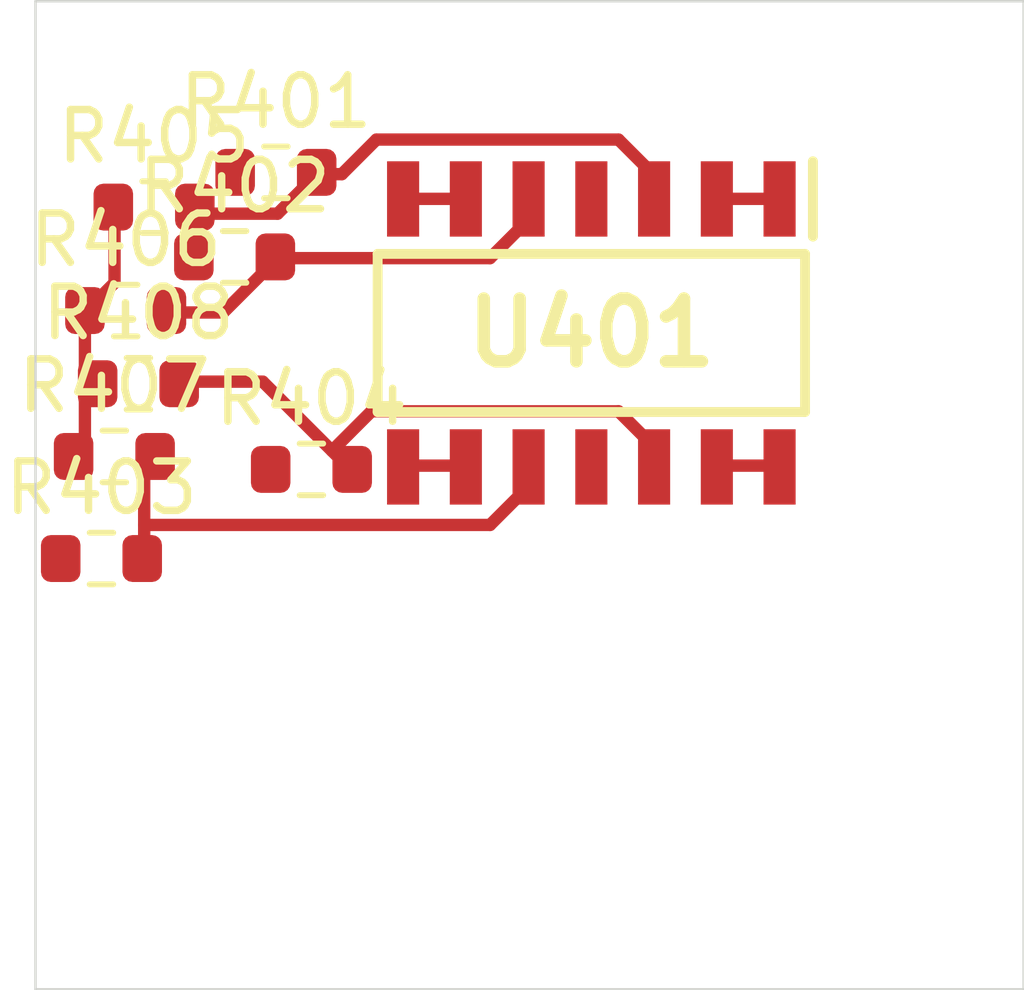
<source format=kicad_pcb>
 ( kicad_pcb  ( version 20171130 )
 ( host pcbnew 5.1.12-84ad8e8a86~92~ubuntu18.04.1 )
 ( general  ( thickness 1.6 )
 ( drawings 4 )
 ( tracks 0 )
 ( zones 0 )
 ( modules 9 )
 ( nets 14 )
)
 ( page A4 )
 ( layers  ( 0 F.Cu signal )
 ( 31 B.Cu signal )
 ( 32 B.Adhes user )
 ( 33 F.Adhes user )
 ( 34 B.Paste user )
 ( 35 F.Paste user )
 ( 36 B.SilkS user )
 ( 37 F.SilkS user )
 ( 38 B.Mask user )
 ( 39 F.Mask user )
 ( 40 Dwgs.User user )
 ( 41 Cmts.User user )
 ( 42 Eco1.User user )
 ( 43 Eco2.User user )
 ( 44 Edge.Cuts user )
 ( 45 Margin user )
 ( 46 B.CrtYd user )
 ( 47 F.CrtYd user )
 ( 48 B.Fab user )
 ( 49 F.Fab user )
)
 ( setup  ( last_trace_width 0.25 )
 ( trace_clearance 0.2 )
 ( zone_clearance 0.508 )
 ( zone_45_only no )
 ( trace_min 0.2 )
 ( via_size 0.8 )
 ( via_drill 0.4 )
 ( via_min_size 0.4 )
 ( via_min_drill 0.3 )
 ( uvia_size 0.3 )
 ( uvia_drill 0.1 )
 ( uvias_allowed no )
 ( uvia_min_size 0.2 )
 ( uvia_min_drill 0.1 )
 ( edge_width 0.05 )
 ( segment_width 0.2 )
 ( pcb_text_width 0.3 )
 ( pcb_text_size 1.5 1.5 )
 ( mod_edge_width 0.12 )
 ( mod_text_size 1 1 )
 ( mod_text_width 0.15 )
 ( pad_size 1.524 1.524 )
 ( pad_drill 0.762 )
 ( pad_to_mask_clearance 0 )
 ( aux_axis_origin 0 0 )
 ( visible_elements FFFFFF7F )
 ( pcbplotparams  ( layerselection 0x010fc_ffffffff )
 ( usegerberextensions false )
 ( usegerberattributes true )
 ( usegerberadvancedattributes true )
 ( creategerberjobfile true )
 ( excludeedgelayer true )
 ( linewidth 0.100000 )
 ( plotframeref false )
 ( viasonmask false )
 ( mode 1 )
 ( useauxorigin false )
 ( hpglpennumber 1 )
 ( hpglpenspeed 20 )
 ( hpglpendiameter 15.000000 )
 ( psnegative false )
 ( psa4output false )
 ( plotreference true )
 ( plotvalue true )
 ( plotinvisibletext false )
 ( padsonsilk false )
 ( subtractmaskfromsilk false )
 ( outputformat 1 )
 ( mirror false )
 ( drillshape 1 )
 ( scaleselection 1 )
 ( outputdirectory "" )
)
)
 ( net 0 "" )
 ( net 1 /Sheet6235D886/vp )
 ( net 2 /Sheet6248AD22/chn0 )
 ( net 3 /Sheet6248AD22/chn1 )
 ( net 4 /Sheet6248AD22/chn2 )
 ( net 5 /Sheet6248AD22/chn3 )
 ( net 6 "Net-(R401-Pad2)" )
 ( net 7 "Net-(R402-Pad2)" )
 ( net 8 "Net-(R403-Pad2)" )
 ( net 9 "Net-(R404-Pad2)" )
 ( net 10 /Sheet6248AD22/chn0_n )
 ( net 11 /Sheet6248AD22/chn1_n )
 ( net 12 /Sheet6248AD22/chn2_n )
 ( net 13 /Sheet6248AD22/chn3_n )
 ( net_class Default "This is the default net class."  ( clearance 0.2 )
 ( trace_width 0.25 )
 ( via_dia 0.8 )
 ( via_drill 0.4 )
 ( uvia_dia 0.3 )
 ( uvia_drill 0.1 )
 ( add_net /Sheet6235D886/vp )
 ( add_net /Sheet6248AD22/chn0 )
 ( add_net /Sheet6248AD22/chn0_n )
 ( add_net /Sheet6248AD22/chn1 )
 ( add_net /Sheet6248AD22/chn1_n )
 ( add_net /Sheet6248AD22/chn2 )
 ( add_net /Sheet6248AD22/chn2_n )
 ( add_net /Sheet6248AD22/chn3 )
 ( add_net /Sheet6248AD22/chn3_n )
 ( add_net "Net-(R401-Pad2)" )
 ( add_net "Net-(R402-Pad2)" )
 ( add_net "Net-(R403-Pad2)" )
 ( add_net "Net-(R404-Pad2)" )
)
 ( module Resistor_SMD:R_0603_1608Metric  ( layer F.Cu )
 ( tedit 5F68FEEE )
 ( tstamp 623425C8 )
 ( at 84.866100 103.464000 )
 ( descr "Resistor SMD 0603 (1608 Metric), square (rectangular) end terminal, IPC_7351 nominal, (Body size source: IPC-SM-782 page 72, https://www.pcb-3d.com/wordpress/wp-content/uploads/ipc-sm-782a_amendment_1_and_2.pdf), generated with kicad-footprint-generator" )
 ( tags resistor )
 ( path /6248AD23/6249ADFD )
 ( attr smd )
 ( fp_text reference R401  ( at 0 -1.43 )
 ( layer F.SilkS )
 ( effects  ( font  ( size 1 1 )
 ( thickness 0.15 )
)
)
)
 ( fp_text value 10M  ( at 0 1.43 )
 ( layer F.Fab )
 ( effects  ( font  ( size 1 1 )
 ( thickness 0.15 )
)
)
)
 ( fp_line  ( start -0.8 0.4125 )
 ( end -0.8 -0.4125 )
 ( layer F.Fab )
 ( width 0.1 )
)
 ( fp_line  ( start -0.8 -0.4125 )
 ( end 0.8 -0.4125 )
 ( layer F.Fab )
 ( width 0.1 )
)
 ( fp_line  ( start 0.8 -0.4125 )
 ( end 0.8 0.4125 )
 ( layer F.Fab )
 ( width 0.1 )
)
 ( fp_line  ( start 0.8 0.4125 )
 ( end -0.8 0.4125 )
 ( layer F.Fab )
 ( width 0.1 )
)
 ( fp_line  ( start -0.237258 -0.5225 )
 ( end 0.237258 -0.5225 )
 ( layer F.SilkS )
 ( width 0.12 )
)
 ( fp_line  ( start -0.237258 0.5225 )
 ( end 0.237258 0.5225 )
 ( layer F.SilkS )
 ( width 0.12 )
)
 ( fp_line  ( start -1.48 0.73 )
 ( end -1.48 -0.73 )
 ( layer F.CrtYd )
 ( width 0.05 )
)
 ( fp_line  ( start -1.48 -0.73 )
 ( end 1.48 -0.73 )
 ( layer F.CrtYd )
 ( width 0.05 )
)
 ( fp_line  ( start 1.48 -0.73 )
 ( end 1.48 0.73 )
 ( layer F.CrtYd )
 ( width 0.05 )
)
 ( fp_line  ( start 1.48 0.73 )
 ( end -1.48 0.73 )
 ( layer F.CrtYd )
 ( width 0.05 )
)
 ( fp_text user %R  ( at 0 0 )
 ( layer F.Fab )
 ( effects  ( font  ( size 0.4 0.4 )
 ( thickness 0.06 )
)
)
)
 ( pad 2 smd roundrect  ( at 0.825 0 )
 ( size 0.8 0.95 )
 ( layers F.Cu F.Mask F.Paste )
 ( roundrect_rratio 0.25 )
 ( net 6 "Net-(R401-Pad2)" )
)
 ( pad 1 smd roundrect  ( at -0.825 0 )
 ( size 0.8 0.95 )
 ( layers F.Cu F.Mask F.Paste )
 ( roundrect_rratio 0.25 )
 ( net 10 /Sheet6248AD22/chn0_n )
)
 ( model ${KISYS3DMOD}/Resistor_SMD.3dshapes/R_0603_1608Metric.wrl  ( at  ( xyz 0 0 0 )
)
 ( scale  ( xyz 1 1 1 )
)
 ( rotate  ( xyz 0 0 0 )
)
)
)
 ( module Resistor_SMD:R_0603_1608Metric  ( layer F.Cu )
 ( tedit 5F68FEEE )
 ( tstamp 623425D9 )
 ( at 84.029900 105.175000 )
 ( descr "Resistor SMD 0603 (1608 Metric), square (rectangular) end terminal, IPC_7351 nominal, (Body size source: IPC-SM-782 page 72, https://www.pcb-3d.com/wordpress/wp-content/uploads/ipc-sm-782a_amendment_1_and_2.pdf), generated with kicad-footprint-generator" )
 ( tags resistor )
 ( path /6248AD23/6249B75E )
 ( attr smd )
 ( fp_text reference R402  ( at 0 -1.43 )
 ( layer F.SilkS )
 ( effects  ( font  ( size 1 1 )
 ( thickness 0.15 )
)
)
)
 ( fp_text value 10M  ( at 0 1.43 )
 ( layer F.Fab )
 ( effects  ( font  ( size 1 1 )
 ( thickness 0.15 )
)
)
)
 ( fp_line  ( start 1.48 0.73 )
 ( end -1.48 0.73 )
 ( layer F.CrtYd )
 ( width 0.05 )
)
 ( fp_line  ( start 1.48 -0.73 )
 ( end 1.48 0.73 )
 ( layer F.CrtYd )
 ( width 0.05 )
)
 ( fp_line  ( start -1.48 -0.73 )
 ( end 1.48 -0.73 )
 ( layer F.CrtYd )
 ( width 0.05 )
)
 ( fp_line  ( start -1.48 0.73 )
 ( end -1.48 -0.73 )
 ( layer F.CrtYd )
 ( width 0.05 )
)
 ( fp_line  ( start -0.237258 0.5225 )
 ( end 0.237258 0.5225 )
 ( layer F.SilkS )
 ( width 0.12 )
)
 ( fp_line  ( start -0.237258 -0.5225 )
 ( end 0.237258 -0.5225 )
 ( layer F.SilkS )
 ( width 0.12 )
)
 ( fp_line  ( start 0.8 0.4125 )
 ( end -0.8 0.4125 )
 ( layer F.Fab )
 ( width 0.1 )
)
 ( fp_line  ( start 0.8 -0.4125 )
 ( end 0.8 0.4125 )
 ( layer F.Fab )
 ( width 0.1 )
)
 ( fp_line  ( start -0.8 -0.4125 )
 ( end 0.8 -0.4125 )
 ( layer F.Fab )
 ( width 0.1 )
)
 ( fp_line  ( start -0.8 0.4125 )
 ( end -0.8 -0.4125 )
 ( layer F.Fab )
 ( width 0.1 )
)
 ( fp_text user %R  ( at 0 0 )
 ( layer F.Fab )
 ( effects  ( font  ( size 0.4 0.4 )
 ( thickness 0.06 )
)
)
)
 ( pad 1 smd roundrect  ( at -0.825 0 )
 ( size 0.8 0.95 )
 ( layers F.Cu F.Mask F.Paste )
 ( roundrect_rratio 0.25 )
 ( net 11 /Sheet6248AD22/chn1_n )
)
 ( pad 2 smd roundrect  ( at 0.825 0 )
 ( size 0.8 0.95 )
 ( layers F.Cu F.Mask F.Paste )
 ( roundrect_rratio 0.25 )
 ( net 7 "Net-(R402-Pad2)" )
)
 ( model ${KISYS3DMOD}/Resistor_SMD.3dshapes/R_0603_1608Metric.wrl  ( at  ( xyz 0 0 0 )
)
 ( scale  ( xyz 1 1 1 )
)
 ( rotate  ( xyz 0 0 0 )
)
)
)
 ( module Resistor_SMD:R_0603_1608Metric  ( layer F.Cu )
 ( tedit 5F68FEEE )
 ( tstamp 623425EA )
 ( at 81.334900 111.280000 )
 ( descr "Resistor SMD 0603 (1608 Metric), square (rectangular) end terminal, IPC_7351 nominal, (Body size source: IPC-SM-782 page 72, https://www.pcb-3d.com/wordpress/wp-content/uploads/ipc-sm-782a_amendment_1_and_2.pdf), generated with kicad-footprint-generator" )
 ( tags resistor )
 ( path /6248AD23/6249FB7A )
 ( attr smd )
 ( fp_text reference R403  ( at 0 -1.43 )
 ( layer F.SilkS )
 ( effects  ( font  ( size 1 1 )
 ( thickness 0.15 )
)
)
)
 ( fp_text value 10M  ( at 0 1.43 )
 ( layer F.Fab )
 ( effects  ( font  ( size 1 1 )
 ( thickness 0.15 )
)
)
)
 ( fp_line  ( start 1.48 0.73 )
 ( end -1.48 0.73 )
 ( layer F.CrtYd )
 ( width 0.05 )
)
 ( fp_line  ( start 1.48 -0.73 )
 ( end 1.48 0.73 )
 ( layer F.CrtYd )
 ( width 0.05 )
)
 ( fp_line  ( start -1.48 -0.73 )
 ( end 1.48 -0.73 )
 ( layer F.CrtYd )
 ( width 0.05 )
)
 ( fp_line  ( start -1.48 0.73 )
 ( end -1.48 -0.73 )
 ( layer F.CrtYd )
 ( width 0.05 )
)
 ( fp_line  ( start -0.237258 0.5225 )
 ( end 0.237258 0.5225 )
 ( layer F.SilkS )
 ( width 0.12 )
)
 ( fp_line  ( start -0.237258 -0.5225 )
 ( end 0.237258 -0.5225 )
 ( layer F.SilkS )
 ( width 0.12 )
)
 ( fp_line  ( start 0.8 0.4125 )
 ( end -0.8 0.4125 )
 ( layer F.Fab )
 ( width 0.1 )
)
 ( fp_line  ( start 0.8 -0.4125 )
 ( end 0.8 0.4125 )
 ( layer F.Fab )
 ( width 0.1 )
)
 ( fp_line  ( start -0.8 -0.4125 )
 ( end 0.8 -0.4125 )
 ( layer F.Fab )
 ( width 0.1 )
)
 ( fp_line  ( start -0.8 0.4125 )
 ( end -0.8 -0.4125 )
 ( layer F.Fab )
 ( width 0.1 )
)
 ( fp_text user %R  ( at 0 0 )
 ( layer F.Fab )
 ( effects  ( font  ( size 0.4 0.4 )
 ( thickness 0.06 )
)
)
)
 ( pad 1 smd roundrect  ( at -0.825 0 )
 ( size 0.8 0.95 )
 ( layers F.Cu F.Mask F.Paste )
 ( roundrect_rratio 0.25 )
 ( net 12 /Sheet6248AD22/chn2_n )
)
 ( pad 2 smd roundrect  ( at 0.825 0 )
 ( size 0.8 0.95 )
 ( layers F.Cu F.Mask F.Paste )
 ( roundrect_rratio 0.25 )
 ( net 8 "Net-(R403-Pad2)" )
)
 ( model ${KISYS3DMOD}/Resistor_SMD.3dshapes/R_0603_1608Metric.wrl  ( at  ( xyz 0 0 0 )
)
 ( scale  ( xyz 1 1 1 )
)
 ( rotate  ( xyz 0 0 0 )
)
)
)
 ( module Resistor_SMD:R_0603_1608Metric  ( layer F.Cu )
 ( tedit 5F68FEEE )
 ( tstamp 623425FB )
 ( at 85.585000 109.476000 )
 ( descr "Resistor SMD 0603 (1608 Metric), square (rectangular) end terminal, IPC_7351 nominal, (Body size source: IPC-SM-782 page 72, https://www.pcb-3d.com/wordpress/wp-content/uploads/ipc-sm-782a_amendment_1_and_2.pdf), generated with kicad-footprint-generator" )
 ( tags resistor )
 ( path /6248AD23/6249FB74 )
 ( attr smd )
 ( fp_text reference R404  ( at 0 -1.43 )
 ( layer F.SilkS )
 ( effects  ( font  ( size 1 1 )
 ( thickness 0.15 )
)
)
)
 ( fp_text value 10M  ( at 0 1.43 )
 ( layer F.Fab )
 ( effects  ( font  ( size 1 1 )
 ( thickness 0.15 )
)
)
)
 ( fp_line  ( start -0.8 0.4125 )
 ( end -0.8 -0.4125 )
 ( layer F.Fab )
 ( width 0.1 )
)
 ( fp_line  ( start -0.8 -0.4125 )
 ( end 0.8 -0.4125 )
 ( layer F.Fab )
 ( width 0.1 )
)
 ( fp_line  ( start 0.8 -0.4125 )
 ( end 0.8 0.4125 )
 ( layer F.Fab )
 ( width 0.1 )
)
 ( fp_line  ( start 0.8 0.4125 )
 ( end -0.8 0.4125 )
 ( layer F.Fab )
 ( width 0.1 )
)
 ( fp_line  ( start -0.237258 -0.5225 )
 ( end 0.237258 -0.5225 )
 ( layer F.SilkS )
 ( width 0.12 )
)
 ( fp_line  ( start -0.237258 0.5225 )
 ( end 0.237258 0.5225 )
 ( layer F.SilkS )
 ( width 0.12 )
)
 ( fp_line  ( start -1.48 0.73 )
 ( end -1.48 -0.73 )
 ( layer F.CrtYd )
 ( width 0.05 )
)
 ( fp_line  ( start -1.48 -0.73 )
 ( end 1.48 -0.73 )
 ( layer F.CrtYd )
 ( width 0.05 )
)
 ( fp_line  ( start 1.48 -0.73 )
 ( end 1.48 0.73 )
 ( layer F.CrtYd )
 ( width 0.05 )
)
 ( fp_line  ( start 1.48 0.73 )
 ( end -1.48 0.73 )
 ( layer F.CrtYd )
 ( width 0.05 )
)
 ( fp_text user %R  ( at 0 0 )
 ( layer F.Fab )
 ( effects  ( font  ( size 0.4 0.4 )
 ( thickness 0.06 )
)
)
)
 ( pad 2 smd roundrect  ( at 0.825 0 )
 ( size 0.8 0.95 )
 ( layers F.Cu F.Mask F.Paste )
 ( roundrect_rratio 0.25 )
 ( net 9 "Net-(R404-Pad2)" )
)
 ( pad 1 smd roundrect  ( at -0.825 0 )
 ( size 0.8 0.95 )
 ( layers F.Cu F.Mask F.Paste )
 ( roundrect_rratio 0.25 )
 ( net 13 /Sheet6248AD22/chn3_n )
)
 ( model ${KISYS3DMOD}/Resistor_SMD.3dshapes/R_0603_1608Metric.wrl  ( at  ( xyz 0 0 0 )
)
 ( scale  ( xyz 1 1 1 )
)
 ( rotate  ( xyz 0 0 0 )
)
)
)
 ( module Resistor_SMD:R_0603_1608Metric  ( layer F.Cu )
 ( tedit 5F68FEEE )
 ( tstamp 6234260C )
 ( at 82.399800 104.167000 )
 ( descr "Resistor SMD 0603 (1608 Metric), square (rectangular) end terminal, IPC_7351 nominal, (Body size source: IPC-SM-782 page 72, https://www.pcb-3d.com/wordpress/wp-content/uploads/ipc-sm-782a_amendment_1_and_2.pdf), generated with kicad-footprint-generator" )
 ( tags resistor )
 ( path /6248AD23/62497F62 )
 ( attr smd )
 ( fp_text reference R405  ( at 0 -1.43 )
 ( layer F.SilkS )
 ( effects  ( font  ( size 1 1 )
 ( thickness 0.15 )
)
)
)
 ( fp_text value 750k  ( at 0 1.43 )
 ( layer F.Fab )
 ( effects  ( font  ( size 1 1 )
 ( thickness 0.15 )
)
)
)
 ( fp_line  ( start -0.8 0.4125 )
 ( end -0.8 -0.4125 )
 ( layer F.Fab )
 ( width 0.1 )
)
 ( fp_line  ( start -0.8 -0.4125 )
 ( end 0.8 -0.4125 )
 ( layer F.Fab )
 ( width 0.1 )
)
 ( fp_line  ( start 0.8 -0.4125 )
 ( end 0.8 0.4125 )
 ( layer F.Fab )
 ( width 0.1 )
)
 ( fp_line  ( start 0.8 0.4125 )
 ( end -0.8 0.4125 )
 ( layer F.Fab )
 ( width 0.1 )
)
 ( fp_line  ( start -0.237258 -0.5225 )
 ( end 0.237258 -0.5225 )
 ( layer F.SilkS )
 ( width 0.12 )
)
 ( fp_line  ( start -0.237258 0.5225 )
 ( end 0.237258 0.5225 )
 ( layer F.SilkS )
 ( width 0.12 )
)
 ( fp_line  ( start -1.48 0.73 )
 ( end -1.48 -0.73 )
 ( layer F.CrtYd )
 ( width 0.05 )
)
 ( fp_line  ( start -1.48 -0.73 )
 ( end 1.48 -0.73 )
 ( layer F.CrtYd )
 ( width 0.05 )
)
 ( fp_line  ( start 1.48 -0.73 )
 ( end 1.48 0.73 )
 ( layer F.CrtYd )
 ( width 0.05 )
)
 ( fp_line  ( start 1.48 0.73 )
 ( end -1.48 0.73 )
 ( layer F.CrtYd )
 ( width 0.05 )
)
 ( fp_text user %R  ( at 0 0 )
 ( layer F.Fab )
 ( effects  ( font  ( size 0.4 0.4 )
 ( thickness 0.06 )
)
)
)
 ( pad 2 smd roundrect  ( at 0.825 0 )
 ( size 0.8 0.95 )
 ( layers F.Cu F.Mask F.Paste )
 ( roundrect_rratio 0.25 )
 ( net 6 "Net-(R401-Pad2)" )
)
 ( pad 1 smd roundrect  ( at -0.825 0 )
 ( size 0.8 0.95 )
 ( layers F.Cu F.Mask F.Paste )
 ( roundrect_rratio 0.25 )
 ( net 1 /Sheet6235D886/vp )
)
 ( model ${KISYS3DMOD}/Resistor_SMD.3dshapes/R_0603_1608Metric.wrl  ( at  ( xyz 0 0 0 )
)
 ( scale  ( xyz 1 1 1 )
)
 ( rotate  ( xyz 0 0 0 )
)
)
)
 ( module Resistor_SMD:R_0603_1608Metric  ( layer F.Cu )
 ( tedit 5F68FEEE )
 ( tstamp 6234261D )
 ( at 81.825500 106.261000 )
 ( descr "Resistor SMD 0603 (1608 Metric), square (rectangular) end terminal, IPC_7351 nominal, (Body size source: IPC-SM-782 page 72, https://www.pcb-3d.com/wordpress/wp-content/uploads/ipc-sm-782a_amendment_1_and_2.pdf), generated with kicad-footprint-generator" )
 ( tags resistor )
 ( path /6248AD23/62499098 )
 ( attr smd )
 ( fp_text reference R406  ( at 0 -1.43 )
 ( layer F.SilkS )
 ( effects  ( font  ( size 1 1 )
 ( thickness 0.15 )
)
)
)
 ( fp_text value 750k  ( at 0 1.43 )
 ( layer F.Fab )
 ( effects  ( font  ( size 1 1 )
 ( thickness 0.15 )
)
)
)
 ( fp_line  ( start 1.48 0.73 )
 ( end -1.48 0.73 )
 ( layer F.CrtYd )
 ( width 0.05 )
)
 ( fp_line  ( start 1.48 -0.73 )
 ( end 1.48 0.73 )
 ( layer F.CrtYd )
 ( width 0.05 )
)
 ( fp_line  ( start -1.48 -0.73 )
 ( end 1.48 -0.73 )
 ( layer F.CrtYd )
 ( width 0.05 )
)
 ( fp_line  ( start -1.48 0.73 )
 ( end -1.48 -0.73 )
 ( layer F.CrtYd )
 ( width 0.05 )
)
 ( fp_line  ( start -0.237258 0.5225 )
 ( end 0.237258 0.5225 )
 ( layer F.SilkS )
 ( width 0.12 )
)
 ( fp_line  ( start -0.237258 -0.5225 )
 ( end 0.237258 -0.5225 )
 ( layer F.SilkS )
 ( width 0.12 )
)
 ( fp_line  ( start 0.8 0.4125 )
 ( end -0.8 0.4125 )
 ( layer F.Fab )
 ( width 0.1 )
)
 ( fp_line  ( start 0.8 -0.4125 )
 ( end 0.8 0.4125 )
 ( layer F.Fab )
 ( width 0.1 )
)
 ( fp_line  ( start -0.8 -0.4125 )
 ( end 0.8 -0.4125 )
 ( layer F.Fab )
 ( width 0.1 )
)
 ( fp_line  ( start -0.8 0.4125 )
 ( end -0.8 -0.4125 )
 ( layer F.Fab )
 ( width 0.1 )
)
 ( fp_text user %R  ( at 0 0 )
 ( layer F.Fab )
 ( effects  ( font  ( size 0.4 0.4 )
 ( thickness 0.06 )
)
)
)
 ( pad 1 smd roundrect  ( at -0.825 0 )
 ( size 0.8 0.95 )
 ( layers F.Cu F.Mask F.Paste )
 ( roundrect_rratio 0.25 )
 ( net 1 /Sheet6235D886/vp )
)
 ( pad 2 smd roundrect  ( at 0.825 0 )
 ( size 0.8 0.95 )
 ( layers F.Cu F.Mask F.Paste )
 ( roundrect_rratio 0.25 )
 ( net 7 "Net-(R402-Pad2)" )
)
 ( model ${KISYS3DMOD}/Resistor_SMD.3dshapes/R_0603_1608Metric.wrl  ( at  ( xyz 0 0 0 )
)
 ( scale  ( xyz 1 1 1 )
)
 ( rotate  ( xyz 0 0 0 )
)
)
)
 ( module Resistor_SMD:R_0603_1608Metric  ( layer F.Cu )
 ( tedit 5F68FEEE )
 ( tstamp 6234262E )
 ( at 81.596000 109.214000 )
 ( descr "Resistor SMD 0603 (1608 Metric), square (rectangular) end terminal, IPC_7351 nominal, (Body size source: IPC-SM-782 page 72, https://www.pcb-3d.com/wordpress/wp-content/uploads/ipc-sm-782a_amendment_1_and_2.pdf), generated with kicad-footprint-generator" )
 ( tags resistor )
 ( path /6248AD23/624A0FFB )
 ( attr smd )
 ( fp_text reference R407  ( at 0 -1.43 )
 ( layer F.SilkS )
 ( effects  ( font  ( size 1 1 )
 ( thickness 0.15 )
)
)
)
 ( fp_text value 1.5M  ( at 0 1.43 )
 ( layer F.Fab )
 ( effects  ( font  ( size 1 1 )
 ( thickness 0.15 )
)
)
)
 ( fp_line  ( start 1.48 0.73 )
 ( end -1.48 0.73 )
 ( layer F.CrtYd )
 ( width 0.05 )
)
 ( fp_line  ( start 1.48 -0.73 )
 ( end 1.48 0.73 )
 ( layer F.CrtYd )
 ( width 0.05 )
)
 ( fp_line  ( start -1.48 -0.73 )
 ( end 1.48 -0.73 )
 ( layer F.CrtYd )
 ( width 0.05 )
)
 ( fp_line  ( start -1.48 0.73 )
 ( end -1.48 -0.73 )
 ( layer F.CrtYd )
 ( width 0.05 )
)
 ( fp_line  ( start -0.237258 0.5225 )
 ( end 0.237258 0.5225 )
 ( layer F.SilkS )
 ( width 0.12 )
)
 ( fp_line  ( start -0.237258 -0.5225 )
 ( end 0.237258 -0.5225 )
 ( layer F.SilkS )
 ( width 0.12 )
)
 ( fp_line  ( start 0.8 0.4125 )
 ( end -0.8 0.4125 )
 ( layer F.Fab )
 ( width 0.1 )
)
 ( fp_line  ( start 0.8 -0.4125 )
 ( end 0.8 0.4125 )
 ( layer F.Fab )
 ( width 0.1 )
)
 ( fp_line  ( start -0.8 -0.4125 )
 ( end 0.8 -0.4125 )
 ( layer F.Fab )
 ( width 0.1 )
)
 ( fp_line  ( start -0.8 0.4125 )
 ( end -0.8 -0.4125 )
 ( layer F.Fab )
 ( width 0.1 )
)
 ( fp_text user %R  ( at 0 0 )
 ( layer F.Fab )
 ( effects  ( font  ( size 0.4 0.4 )
 ( thickness 0.06 )
)
)
)
 ( pad 1 smd roundrect  ( at -0.825 0 )
 ( size 0.8 0.95 )
 ( layers F.Cu F.Mask F.Paste )
 ( roundrect_rratio 0.25 )
 ( net 1 /Sheet6235D886/vp )
)
 ( pad 2 smd roundrect  ( at 0.825 0 )
 ( size 0.8 0.95 )
 ( layers F.Cu F.Mask F.Paste )
 ( roundrect_rratio 0.25 )
 ( net 8 "Net-(R403-Pad2)" )
)
 ( model ${KISYS3DMOD}/Resistor_SMD.3dshapes/R_0603_1608Metric.wrl  ( at  ( xyz 0 0 0 )
)
 ( scale  ( xyz 1 1 1 )
)
 ( rotate  ( xyz 0 0 0 )
)
)
)
 ( module Resistor_SMD:R_0603_1608Metric  ( layer F.Cu )
 ( tedit 5F68FEEE )
 ( tstamp 6234263F )
 ( at 82.083000 107.742000 )
 ( descr "Resistor SMD 0603 (1608 Metric), square (rectangular) end terminal, IPC_7351 nominal, (Body size source: IPC-SM-782 page 72, https://www.pcb-3d.com/wordpress/wp-content/uploads/ipc-sm-782a_amendment_1_and_2.pdf), generated with kicad-footprint-generator" )
 ( tags resistor )
 ( path /6248AD23/624A093C )
 ( attr smd )
 ( fp_text reference R408  ( at 0 -1.43 )
 ( layer F.SilkS )
 ( effects  ( font  ( size 1 1 )
 ( thickness 0.15 )
)
)
)
 ( fp_text value 1.5M  ( at 0 1.43 )
 ( layer F.Fab )
 ( effects  ( font  ( size 1 1 )
 ( thickness 0.15 )
)
)
)
 ( fp_line  ( start -0.8 0.4125 )
 ( end -0.8 -0.4125 )
 ( layer F.Fab )
 ( width 0.1 )
)
 ( fp_line  ( start -0.8 -0.4125 )
 ( end 0.8 -0.4125 )
 ( layer F.Fab )
 ( width 0.1 )
)
 ( fp_line  ( start 0.8 -0.4125 )
 ( end 0.8 0.4125 )
 ( layer F.Fab )
 ( width 0.1 )
)
 ( fp_line  ( start 0.8 0.4125 )
 ( end -0.8 0.4125 )
 ( layer F.Fab )
 ( width 0.1 )
)
 ( fp_line  ( start -0.237258 -0.5225 )
 ( end 0.237258 -0.5225 )
 ( layer F.SilkS )
 ( width 0.12 )
)
 ( fp_line  ( start -0.237258 0.5225 )
 ( end 0.237258 0.5225 )
 ( layer F.SilkS )
 ( width 0.12 )
)
 ( fp_line  ( start -1.48 0.73 )
 ( end -1.48 -0.73 )
 ( layer F.CrtYd )
 ( width 0.05 )
)
 ( fp_line  ( start -1.48 -0.73 )
 ( end 1.48 -0.73 )
 ( layer F.CrtYd )
 ( width 0.05 )
)
 ( fp_line  ( start 1.48 -0.73 )
 ( end 1.48 0.73 )
 ( layer F.CrtYd )
 ( width 0.05 )
)
 ( fp_line  ( start 1.48 0.73 )
 ( end -1.48 0.73 )
 ( layer F.CrtYd )
 ( width 0.05 )
)
 ( fp_text user %R  ( at 0 0 )
 ( layer F.Fab )
 ( effects  ( font  ( size 0.4 0.4 )
 ( thickness 0.06 )
)
)
)
 ( pad 2 smd roundrect  ( at 0.825 0 )
 ( size 0.8 0.95 )
 ( layers F.Cu F.Mask F.Paste )
 ( roundrect_rratio 0.25 )
 ( net 9 "Net-(R404-Pad2)" )
)
 ( pad 1 smd roundrect  ( at -0.825 0 )
 ( size 0.8 0.95 )
 ( layers F.Cu F.Mask F.Paste )
 ( roundrect_rratio 0.25 )
 ( net 1 /Sheet6235D886/vp )
)
 ( model ${KISYS3DMOD}/Resistor_SMD.3dshapes/R_0603_1608Metric.wrl  ( at  ( xyz 0 0 0 )
)
 ( scale  ( xyz 1 1 1 )
)
 ( rotate  ( xyz 0 0 0 )
)
)
)
 ( module TL074HIDR:SOIC127P600X175-14N locked  ( layer F.Cu )
 ( tedit 62336F37 )
 ( tstamp 62342709 )
 ( at 91.250400 106.714000 270.000000 )
 ( descr "D (-R-PDSO-G14)" )
 ( tags "Integrated Circuit" )
 ( path /6248AD23/624976B2 )
 ( attr smd )
 ( fp_text reference U401  ( at 0 0 )
 ( layer F.SilkS )
 ( effects  ( font  ( size 1.27 1.27 )
 ( thickness 0.254 )
)
)
)
 ( fp_text value TL074  ( at 0 0 )
 ( layer F.SilkS )
hide  ( effects  ( font  ( size 1.27 1.27 )
 ( thickness 0.254 )
)
)
)
 ( fp_line  ( start -3.725 -4.625 )
 ( end 3.725 -4.625 )
 ( layer Dwgs.User )
 ( width 0.05 )
)
 ( fp_line  ( start 3.725 -4.625 )
 ( end 3.725 4.625 )
 ( layer Dwgs.User )
 ( width 0.05 )
)
 ( fp_line  ( start 3.725 4.625 )
 ( end -3.725 4.625 )
 ( layer Dwgs.User )
 ( width 0.05 )
)
 ( fp_line  ( start -3.725 4.625 )
 ( end -3.725 -4.625 )
 ( layer Dwgs.User )
 ( width 0.05 )
)
 ( fp_line  ( start -1.95 -4.325 )
 ( end 1.95 -4.325 )
 ( layer Dwgs.User )
 ( width 0.1 )
)
 ( fp_line  ( start 1.95 -4.325 )
 ( end 1.95 4.325 )
 ( layer Dwgs.User )
 ( width 0.1 )
)
 ( fp_line  ( start 1.95 4.325 )
 ( end -1.95 4.325 )
 ( layer Dwgs.User )
 ( width 0.1 )
)
 ( fp_line  ( start -1.95 4.325 )
 ( end -1.95 -4.325 )
 ( layer Dwgs.User )
 ( width 0.1 )
)
 ( fp_line  ( start -1.95 -3.055 )
 ( end -0.68 -4.325 )
 ( layer Dwgs.User )
 ( width 0.1 )
)
 ( fp_line  ( start -1.6 -4.325 )
 ( end 1.6 -4.325 )
 ( layer F.SilkS )
 ( width 0.2 )
)
 ( fp_line  ( start 1.6 -4.325 )
 ( end 1.6 4.325 )
 ( layer F.SilkS )
 ( width 0.2 )
)
 ( fp_line  ( start 1.6 4.325 )
 ( end -1.6 4.325 )
 ( layer F.SilkS )
 ( width 0.2 )
)
 ( fp_line  ( start -1.6 4.325 )
 ( end -1.6 -4.325 )
 ( layer F.SilkS )
 ( width 0.2 )
)
 ( fp_line  ( start -3.475 -4.485 )
 ( end -1.95 -4.485 )
 ( layer F.SilkS )
 ( width 0.2 )
)
 ( pad 1 smd rect  ( at -2.712 -3.81 )
 ( size 0.65 1.525 )
 ( layers F.Cu F.Mask F.Paste )
 ( net 2 /Sheet6248AD22/chn0 )
)
 ( pad 2 smd rect  ( at -2.712 -2.54 )
 ( size 0.65 1.525 )
 ( layers F.Cu F.Mask F.Paste )
 ( net 2 /Sheet6248AD22/chn0 )
)
 ( pad 3 smd rect  ( at -2.712 -1.27 )
 ( size 0.65 1.525 )
 ( layers F.Cu F.Mask F.Paste )
 ( net 6 "Net-(R401-Pad2)" )
)
 ( pad 4 smd rect  ( at -2.712 0 )
 ( size 0.65 1.525 )
 ( layers F.Cu F.Mask F.Paste )
)
 ( pad 5 smd rect  ( at -2.712 1.27 )
 ( size 0.65 1.525 )
 ( layers F.Cu F.Mask F.Paste )
 ( net 7 "Net-(R402-Pad2)" )
)
 ( pad 6 smd rect  ( at -2.712 2.54 )
 ( size 0.65 1.525 )
 ( layers F.Cu F.Mask F.Paste )
 ( net 3 /Sheet6248AD22/chn1 )
)
 ( pad 7 smd rect  ( at -2.712 3.81 )
 ( size 0.65 1.525 )
 ( layers F.Cu F.Mask F.Paste )
 ( net 3 /Sheet6248AD22/chn1 )
)
 ( pad 8 smd rect  ( at 2.712 3.81 )
 ( size 0.65 1.525 )
 ( layers F.Cu F.Mask F.Paste )
 ( net 4 /Sheet6248AD22/chn2 )
)
 ( pad 9 smd rect  ( at 2.712 2.54 )
 ( size 0.65 1.525 )
 ( layers F.Cu F.Mask F.Paste )
 ( net 4 /Sheet6248AD22/chn2 )
)
 ( pad 10 smd rect  ( at 2.712 1.27 )
 ( size 0.65 1.525 )
 ( layers F.Cu F.Mask F.Paste )
 ( net 8 "Net-(R403-Pad2)" )
)
 ( pad 11 smd rect  ( at 2.712 0 )
 ( size 0.65 1.525 )
 ( layers F.Cu F.Mask F.Paste )
)
 ( pad 12 smd rect  ( at 2.712 -1.27 )
 ( size 0.65 1.525 )
 ( layers F.Cu F.Mask F.Paste )
 ( net 9 "Net-(R404-Pad2)" )
)
 ( pad 13 smd rect  ( at 2.712 -2.54 )
 ( size 0.65 1.525 )
 ( layers F.Cu F.Mask F.Paste )
 ( net 5 /Sheet6248AD22/chn3 )
)
 ( pad 14 smd rect  ( at 2.712 -3.81 )
 ( size 0.65 1.525 )
 ( layers F.Cu F.Mask F.Paste )
 ( net 5 /Sheet6248AD22/chn3 )
)
)
 ( gr_line  ( start 100 100 )
 ( end 100 120 )
 ( layer Edge.Cuts )
 ( width 0.05 )
 ( tstamp 62E76D2A )
)
 ( gr_line  ( start 80 120 )
 ( end 100 120 )
 ( layer Edge.Cuts )
 ( width 0.05 )
 ( tstamp 62E76D27 )
)
 ( gr_line  ( start 80 100 )
 ( end 80 120 )
 ( layer Edge.Cuts )
 ( width 0.05 )
 ( tstamp 6234110C )
)
 ( gr_line  ( start 80 100 )
 ( end 100 100 )
 ( layer Edge.Cuts )
 ( width 0.05 )
)
 ( segment  ( start 81.000001 106.300002 )
 ( end 81.600001 105.700002 )
 ( width 0.250000 )
 ( layer F.Cu )
 ( net 1 )
)
 ( segment  ( start 81.600001 105.700002 )
 ( end 81.600001 104.200002 )
 ( width 0.250000 )
 ( layer F.Cu )
 ( net 1 )
)
 ( segment  ( start 80.800001 109.200002 )
 ( end 81.000001 109.000002 )
 ( width 0.250000 )
 ( layer F.Cu )
 ( net 1 )
)
 ( segment  ( start 81.000001 109.000002 )
 ( end 81.000001 106.300002 )
 ( width 0.250000 )
 ( layer F.Cu )
 ( net 1 )
)
 ( segment  ( start 81.300001 107.700002 )
 ( end 81.000001 107.700002 )
 ( width 0.250000 )
 ( layer F.Cu )
 ( net 1 )
)
 ( segment  ( start 93.800001 104.000002 )
 ( end 95.100001 104.000002 )
 ( width 0.250000 )
 ( layer F.Cu )
 ( net 2 )
)
 ( segment  ( start 87.400001 104.000002 )
 ( end 88.700001 104.000002 )
 ( width 0.250000 )
 ( layer F.Cu )
 ( net 3 )
)
 ( segment  ( start 88.700001 109.400002 )
 ( end 87.400001 109.400002 )
 ( width 0.250000 )
 ( layer F.Cu )
 ( net 4 )
)
 ( segment  ( start 95.100001 109.400002 )
 ( end 93.800001 109.400002 )
 ( width 0.250000 )
 ( layer F.Cu )
 ( net 5 )
)
 ( segment  ( start 83.200001 104.200002 )
 ( end 83.300001 104.300002 )
 ( width 0.250000 )
 ( layer F.Cu )
 ( net 6 )
)
 ( segment  ( start 83.300001 104.300002 )
 ( end 84.900001 104.300002 )
 ( width 0.250000 )
 ( layer F.Cu )
 ( net 6 )
)
 ( segment  ( start 84.900001 104.300002 )
 ( end 85.700001 103.500002 )
 ( width 0.250000 )
 ( layer F.Cu )
 ( net 6 )
)
 ( segment  ( start 92.500001 104.000002 )
 ( end 92.500001 103.500002 )
 ( width 0.250000 )
 ( layer F.Cu )
 ( net 6 )
)
 ( segment  ( start 92.500001 103.500002 )
 ( end 91.800001 102.800002 )
 ( width 0.250000 )
 ( layer F.Cu )
 ( net 6 )
)
 ( segment  ( start 91.800001 102.800002 )
 ( end 86.900001 102.800002 )
 ( width 0.250000 )
 ( layer F.Cu )
 ( net 6 )
)
 ( segment  ( start 86.900001 102.800002 )
 ( end 86.200001 103.500002 )
 ( width 0.250000 )
 ( layer F.Cu )
 ( net 6 )
)
 ( segment  ( start 86.200001 103.500002 )
 ( end 85.700001 103.500002 )
 ( width 0.250000 )
 ( layer F.Cu )
 ( net 6 )
)
 ( segment  ( start 82.700001 106.300002 )
 ( end 83.800001 106.300002 )
 ( width 0.250000 )
 ( layer F.Cu )
 ( net 7 )
)
 ( segment  ( start 83.800001 106.300002 )
 ( end 84.900001 105.200002 )
 ( width 0.250000 )
 ( layer F.Cu )
 ( net 7 )
)
 ( segment  ( start 90.000001 104.000002 )
 ( end 90.000001 104.400002 )
 ( width 0.250000 )
 ( layer F.Cu )
 ( net 7 )
)
 ( segment  ( start 90.000001 104.400002 )
 ( end 89.200001 105.200002 )
 ( width 0.250000 )
 ( layer F.Cu )
 ( net 7 )
)
 ( segment  ( start 89.200001 105.200002 )
 ( end 84.900001 105.200002 )
 ( width 0.250000 )
 ( layer F.Cu )
 ( net 7 )
)
 ( segment  ( start 82.400001 109.200002 )
 ( end 82.200001 109.400002 )
 ( width 0.250000 )
 ( layer F.Cu )
 ( net 8 )
)
 ( segment  ( start 82.200001 109.400002 )
 ( end 82.200001 111.300002 )
 ( width 0.250000 )
 ( layer F.Cu )
 ( net 8 )
)
 ( segment  ( start 90.000001 109.400002 )
 ( end 90.000001 109.800002 )
 ( width 0.250000 )
 ( layer F.Cu )
 ( net 8 )
)
 ( segment  ( start 90.000001 109.800002 )
 ( end 89.200001 110.600002 )
 ( width 0.250000 )
 ( layer F.Cu )
 ( net 8 )
)
 ( segment  ( start 89.200001 110.600002 )
 ( end 82.200001 110.600002 )
 ( width 0.250000 )
 ( layer F.Cu )
 ( net 8 )
)
 ( segment  ( start 82.900001 107.700002 )
 ( end 84.600001 107.700002 )
 ( width 0.250000 )
 ( layer F.Cu )
 ( net 9 )
)
 ( segment  ( start 84.600001 107.700002 )
 ( end 86.400001 109.500002 )
 ( width 0.250000 )
 ( layer F.Cu )
 ( net 9 )
)
 ( segment  ( start 92.500001 109.400002 )
 ( end 92.500001 109.000002 )
 ( width 0.250000 )
 ( layer F.Cu )
 ( net 9 )
)
 ( segment  ( start 92.500001 109.000002 )
 ( end 91.800001 108.300002 )
 ( width 0.250000 )
 ( layer F.Cu )
 ( net 9 )
)
 ( segment  ( start 91.800001 108.300002 )
 ( end 86.800001 108.300002 )
 ( width 0.250000 )
 ( layer F.Cu )
 ( net 9 )
)
 ( segment  ( start 86.800001 108.300002 )
 ( end 86.000001 109.100002 )
 ( width 0.250000 )
 ( layer F.Cu )
 ( net 9 )
)
)

</source>
